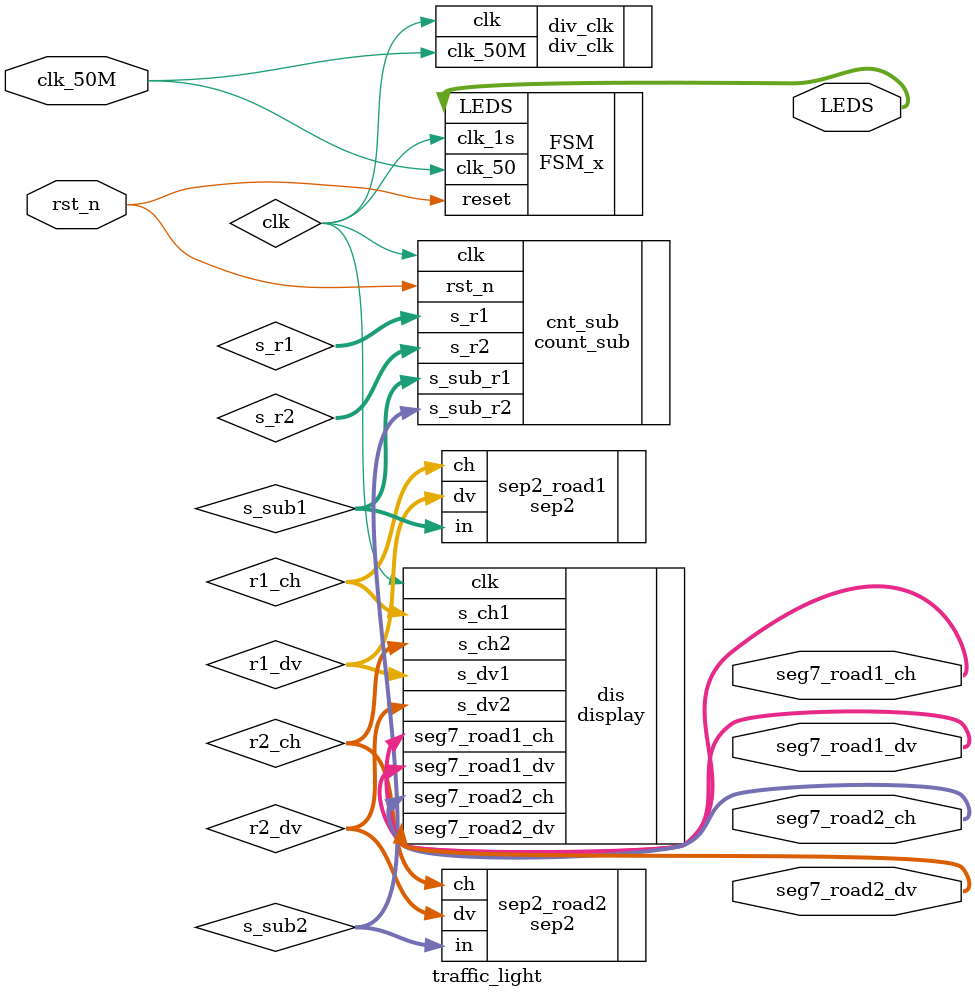
<source format=v>
module traffic_light(clk_50M,rst_n,seg7_road1_ch,seg7_road1_dv,seg7_road2_ch,seg7_road2_dv,LEDS);

input clk_50M;
input rst_n;
output [6:0] seg7_road1_ch,seg7_road1_dv,seg7_road2_ch,seg7_road2_dv;

output [5:0] LEDS;
wire clk, rst_n;
wire clk_50M;
wire [5:0] s_r1, s_r2;
wire [5:0] s_sub1, s_sub2;
wire [4:0] r1_ch,r1_dv, r2_ch, r2_dv;


div_clk div_clk(
.clk_50M(clk_50M),
.clk(clk)
);

//fsm fsm(
//.clk(clk),
//.rst_n(rst_n),
//.LEDS(LEDS)
//);


FSM_x FSM(
	.clk_50(clk_50M),
	.clk_1s(clk),
	.reset(rst_n),
	.LEDS(LEDS)
);


count_sub cnt_sub(

.clk(clk),
.rst_n(rst_n),
.s_r1(s_r1),
.s_r2(s_r2),

.s_sub_r1(s_sub1),
.s_sub_r2(s_sub2)

);

sep2 sep2_road1(
.in(s_sub1),
.ch(r1_ch),
.dv(r1_dv)
);

sep2 sep2_road2(
.in(s_sub2),
.ch(r2_ch),
.dv(r2_dv)
);

display dis(
.clk(clk),
.s_ch1(r1_ch),
.s_dv1(r1_dv),
.s_ch2(r2_ch),
.s_dv2(r2_dv),
.seg7_road1_ch(seg7_road1_ch),
.seg7_road1_dv(seg7_road1_dv),
.seg7_road2_ch(seg7_road2_ch),
.seg7_road2_dv(seg7_road2_dv)
);

endmodule


</source>
